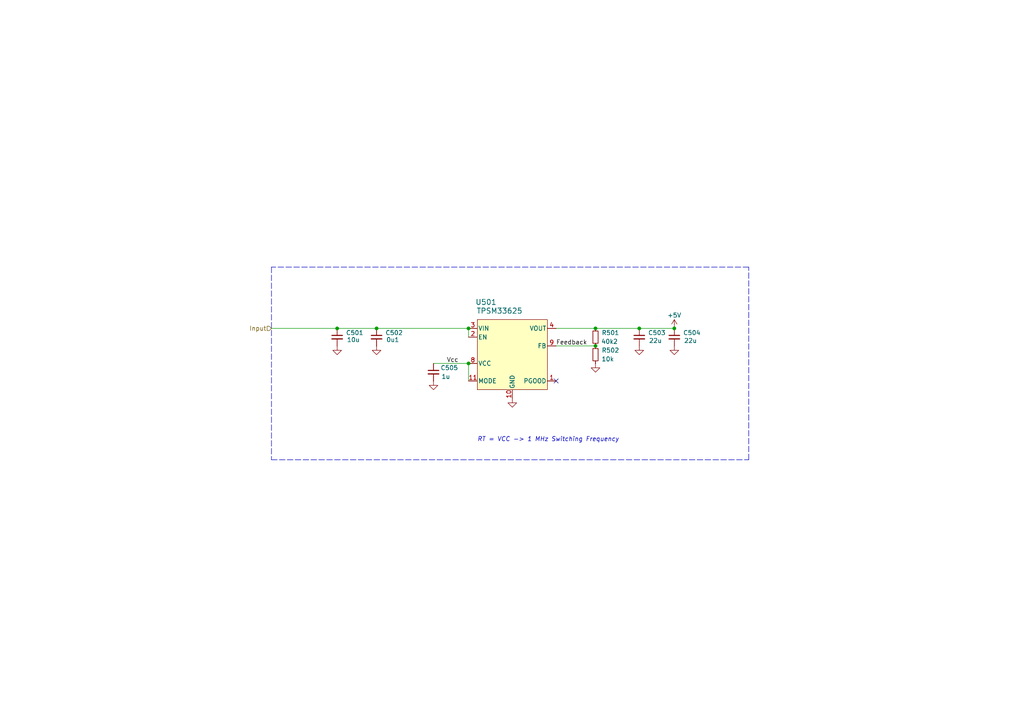
<source format=kicad_sch>
(kicad_sch (version 20250114) (generator "eeschema") (generator_version "9.0")
  (paper "A4")
  (title_block (title "Power Supply") (date "2024-03-28") (rev "4") (company "+5V"))
  (lib_symbols
    (symbol "V2_Converter_DCDC:TPSM33625RDNR" (pin_names (offset 0.254))
      (property "Reference" "U" (at -11.43 15.24 0))
      (property "Value" "TPSM33625" (at -11.43 12.7 0))
      (symbol "TPSM33625RDNR_0_1"
        (rectangle (start -10.16 10.16) (end 10.16 -10.16) (fill (type background)))
      )
      (symbol "TPSM33625RDNR_1_1"
        (pin power_in line (at -12.7 7.62 0) (length 2.54) (name "VIN") (number "3"))
        (pin input line (at -12.7 5.08 0) (length 2.54) (name "EN") (number "2"))
        (pin output line (at -12.7 -2.54 0) (length 2.54) (name "VCC") (number "8"))
        (pin input line (at -12.7 -7.62 0) (length 2.54) (name "MODE") (number "11"))
        (pin power_in line (at 0 -12.7 90) (length 2.54) (name "GND") (number "10"))
        (pin no_connect line (at 0 -27.94 180) (length 2.54) (hide yes) (name "BOOT") (number "7"))
        (pin no_connect line (at 0 -30.48 180) (length 2.54) (hide yes) (name "SW") (number "5"))
        (pin no_connect line (at 0 -33.02 180) (length 2.54) (hide yes) (name "SW") (number "6"))
        (pin power_out line (at 12.7 7.62 180) (length 2.54) (name "VOUT") (number "4"))
        (pin input line (at 12.7 2.54 180) (length 2.54) (name "FB") (number "9"))
        (pin output line (at 12.7 -7.62 180) (length 2.54) (name "PGOOD") (number "1"))
      )
    )
    (symbol "V2_Device:C_0603_0u1" (pin_numbers (hide yes)) (pin_names (offset 0.254) (hide yes))
      (property "Reference" "C" (at 1.778 1.524 0))
      (property "Value" "0u1" (at 1.778 -2.032 0))
      (symbol "C_0603_0u1_0_1"
        (polyline (pts (xy -1.524 0.508) (xy 1.524 0.508)) (stroke (width 0.3048)))
        (polyline (pts (xy -1.524 -0.508) (xy 1.524 -0.508)) (stroke (width 0.3302)))
      )
      (symbol "C_0603_0u1_1_1"
        (pin passive line (at 0 2.54 270) (length 2.032) (name "~") (number "1"))
        (pin passive line (at 0 -2.54 90) (length 2.032) (name "~") (number "2"))
      )
    )
    (symbol "V2_Device:C_0603_1u" (pin_numbers (hide yes)) (pin_names (offset 0.254) (hide yes))
      (property "Reference" "C" (at 1.524 1.778 0))
      (property "Value" "1u" (at 1.524 -2.032 0))
      (symbol "C_0603_1u_0_1"
        (polyline (pts (xy -1.524 0.508) (xy 1.524 0.508)) (stroke (width 0.3048)))
        (polyline (pts (xy -1.524 -0.508) (xy 1.524 -0.508)) (stroke (width 0.3302)))
      )
      (symbol "C_0603_1u_1_1"
        (pin passive line (at 0 2.54 270) (length 2.032) (name "~") (number "1"))
        (pin passive line (at 0 -2.54 90) (length 2.032) (name "~") (number "2"))
      )
    )
    (symbol "V2_Device:C_1210_10u" (pin_numbers (hide yes)) (pin_names (offset 0.254) (hide yes))
      (property "Reference" "C" (at 1.524 1.778 0))
      (property "Value" "10u" (at 1.524 -2.032 0))
      (symbol "C_1210_10u_0_1"
        (polyline (pts (xy -1.524 0.508) (xy 1.524 0.508)) (stroke (width 0.3048)))
        (polyline (pts (xy -1.524 -0.508) (xy 1.524 -0.508)) (stroke (width 0.3302)))
      )
      (symbol "C_1210_10u_1_1"
        (pin passive line (at 0 2.54 270) (length 2.032) (name "~") (number "1"))
        (pin passive line (at 0 -2.54 90) (length 2.032) (name "~") (number "2"))
      )
    )
    (symbol "V2_Device:C_1210_22u" (pin_numbers (hide yes)) (pin_names (offset 0.254) (hide yes))
      (property "Reference" "C" (at 1.524 1.778 0))
      (property "Value" "22u" (at 1.524 -2.032 0))
      (symbol "C_1210_22u_0_1"
        (polyline (pts (xy -1.524 0.508) (xy 1.524 0.508)) (stroke (width 0.3048)))
        (polyline (pts (xy -1.524 -0.508) (xy 1.524 -0.508)) (stroke (width 0.3302)))
      )
      (symbol "C_1210_22u_1_1"
        (pin passive line (at 0 2.54 270) (length 2.032) (name "~") (number "1"))
        (pin passive line (at 0 -2.54 90) (length 2.032) (name "~") (number "2"))
      )
    )
    (symbol "V2_Device:R_0603_10k" (pin_numbers (hide yes)) (pin_names (offset 0.254) (hide yes))
      (property "Reference" "R" (at 2.032 1.27 0))
      (property "Value" "10k" (at 3.302 -1.27 0))
      (symbol "R_0603_10k_0_1"
        (rectangle (start -0.762 1.778) (end 0.762 -1.778) (stroke (width 0.2032)))
      )
      (symbol "R_0603_10k_1_1"
        (pin passive line (at 0 2.54 270) (length 0.762) (name "~") (number "1"))
        (pin passive line (at 0 -2.54 90) (length 0.762) (name "~") (number "2"))
      )
    )
    (symbol "V2_Device:R_0603_40k2" (pin_numbers (hide yes)) (pin_names (offset 0.254) (hide yes))
      (property "Reference" "R" (at 2.032 1.27 0))
      (property "Value" "40k2" (at 3.81 -1.27 0))
      (symbol "R_0603_40k2_0_1"
        (rectangle (start -0.762 1.778) (end 0.762 -1.778) (stroke (width 0.2032)))
      )
      (symbol "R_0603_40k2_1_1"
        (pin passive line (at 0 2.54 270) (length 0.762) (name "~") (number "1"))
        (pin passive line (at 0 -2.54 90) (length 0.762) (name "~") (number "2"))
      )
    )
    (symbol "V2_power:+5V" (power) (pin_numbers (hide yes)) (pin_names (offset 0) (hide yes))
      (property "Value" "+5V" (at 0 5.08 0))
      (symbol "+5V_0_1"
        (polyline (pts (xy -0.762 1.27) (xy 0 2.54)))
        (polyline (pts (xy 0 2.54) (xy 0.762 1.27)))
        (polyline (pts (xy 0 0) (xy 0 2.54)))
      )
      (symbol "+5V_1_1"
        (pin power_in line (at 0 0 90) (length 0) (name "~") (number "1"))
      )
    )
    (symbol "V2_power:GND" (power) (pin_numbers (hide yes)) (pin_names (offset 0) (hide yes))
      (symbol "GND_0_1"
        (polyline (pts (xy 0 0) (xy 0 -1.27) (xy 1.27 -1.27) (xy 0 -2.54) (xy -1.27 -1.27) (xy 0 -1.27)))
      )
      (symbol "GND_1_1"
        (pin power_in line (at 0 0 270) (length 0) (name "~") (number "1"))
      )
    )
  )
  (text "RT = VCC -> 1 MHz Switching Frequency" (at 138.43 128.27 0) (effects (font (size 1.27 1.27) (italic yes)) (justify left bottom)))
  (junction (at 185.42 95.25))
  (junction (at 135.89 105.41))
  (junction (at 97.79 95.25))
  (junction (at 135.89 95.25))
  (junction (at 172.72 95.25))
  (junction (at 109.22 95.25))
  (junction (at 172.72 100.33))
  (junction (at 195.58 95.25))
  (no_connect (at 161.29 110.49))
  (wire (pts (xy 135.89 105.41) (xy 135.89 110.49)))
  (wire (pts (xy 78.74 95.25) (xy 97.79 95.25)))
  (polyline (pts (xy 78.74 77.47) (xy 78.74 133.35)) (stroke (width 0) (type dash)))
  (wire (pts (xy 97.79 95.25) (xy 109.22 95.25)))
  (polyline (pts (xy 78.74 133.35) (xy 217.17 133.35)) (stroke (width 0) (type dash)))
  (wire (pts (xy 125.73 105.41) (xy 135.89 105.41)))
  (wire (pts (xy 161.29 100.33) (xy 172.72 100.33)))
  (wire (pts (xy 185.42 95.25) (xy 195.58 95.25)))
  (wire (pts (xy 109.22 95.25) (xy 135.89 95.25)))
  (wire (pts (xy 172.72 95.25) (xy 185.42 95.25)))
  (polyline (pts (xy 217.17 77.47) (xy 78.74 77.47)) (stroke (width 0) (type dash)))
  (wire (pts (xy 161.29 95.25) (xy 172.72 95.25)))
  (wire (pts (xy 135.89 95.25) (xy 135.89 97.79)))
  (polyline (pts (xy 217.17 133.35) (xy 217.17 77.47)) (stroke (width 0) (type dash)))
  (label "Vcc" (at 129.54 105.41 0))
  (label "Feedback" (at 161.29 100.33 0))
  (hierarchical_label "Input" (shape input) (at 78.74 95.25 180))
  (symbol (lib_id "V2_Converter_DCDC:TPSM33625RDNR") (at 148.59 102.87 0) (unit 1)
    (property "Reference" "U501" (at 140.97 87.63 0) (effects (font (size 1.524 1.524))))
    (property "Value" "TPSM33625" (at 138.176 90.17 0) (effects (font (size 1.524 1.524)) (justify left)))
    (property "Footprint" "V2_Converter_DCDC:QFN-11" (effects (hide yes)))
    (property "Mouser" "595-TPSM33625RDNR" (effects (hide yes)))
    (property "Manufacturer" "Texas Instruments" (effects (hide yes)))
    (property "Product" "TPSM33625RDNR" (effects (hide yes)))
    (property "Rating" "2.5A" (effects (hide yes)))
  )
  (symbol (lib_id "V2_Device:C_0603_0u1") (at 109.22 97.79 0) (unit 1)
    (property "Reference" "C502" (at 111.76 96.52 0) (effects (justify left)))
    (property "Value" "0u1" (at 112.014 98.552 0) (effects (justify left)))
    (property "Footprint" "V2_Capacitor_SMD:C_0603" (effects (hide yes)))
    (property "Description" "Unpolarized capacitor, small symbol" (effects (hide yes)))
    (property "Mouser" "810-CGA3E2X7R1H104MA" (effects (hide yes)))
    (property "Manufacturer" "TDK" (effects (hide yes)))
    (property "Product" "CGA3E2X7R1H104M080AA" (effects (hide yes)))
    (property "Rating" "50V" (effects (hide yes)))
  )
  (symbol (lib_id "V2_Device:C_1210_22u") (at 195.58 97.79 0) (unit 1)
    (property "Reference" "C504" (at 198.12 96.52 0) (effects (justify left)))
    (property "Value" "22u" (at 198.374 98.806 0) (effects (justify left)))
    (property "Footprint" "V2_Capacitor_SMD:C_1210" (effects (hide yes)))
    (property "Description" "Unpolarized capacitor, small symbol" (effects (hide yes)))
    (property "Mouser" "810-CGA6P3X7R1E226M5" (effects (hide yes)))
    (property "Product" "CGA6P3X7R1E226M250AE" (effects (hide yes)))
    (property "Manufacturer" "TDK" (effects (hide yes)))
    (property "Rating" "25V" (effects (hide yes)))
  )
  (symbol (lib_id "V2_Device:R_0603_40k2") (at 172.72 97.79 0) (unit 1)
    (property "Reference" "R501" (at 174.498 96.52 0) (effects (justify left)))
    (property "Value" "40k2" (at 176.784 99.06 0))
    (property "Footprint" "V2_Resistor_SMD:R_0603" (effects (hide yes)))
    (property "Description" "Resistor, small symbol" (effects (hide yes)))
    (property "Mouser" "71-RCS060340K2FKEA" (effects (hide yes)))
    (property "Rating" "500mW" (effects (hide yes)))
    (property "Manufacturer" "Vishay" (effects (hide yes)))
    (property "Product" "RCS060340K2FKEA" (effects (hide yes)))
  )
  (symbol (lib_id "V2_power:GND") (at 185.42 100.33 0) (unit 1)
    (property "Reference" "#PWR0504" (effects (hide yes)))
    (property "Value" "GND" (effects (hide yes)))
  )
  (symbol (lib_id "V2_power:GND") (at 195.58 100.33 0) (unit 1)
    (property "Reference" "#PWR0505" (effects (hide yes)))
    (property "Value" "GND" (effects (hide yes)))
  )
  (symbol (lib_id "V2_power:+5V") (at 195.58 95.25 0) (unit 1)
    (property "Reference" "#PWR0501" (effects (hide yes)))
    (property "Value" "+5V" (at 195.58 91.44 0))
  )
  (symbol (lib_id "V2_power:GND") (at 97.79 100.33 0) (unit 1)
    (property "Reference" "#PWR0502" (effects (hide yes)))
    (property "Value" "GND" (effects (hide yes)))
  )
  (symbol (lib_id "V2_power:GND") (at 172.72 105.41 0) (unit 1)
    (property "Reference" "#PWR0506" (effects (hide yes)))
    (property "Value" "GND" (effects (hide yes)))
  )
  (symbol (lib_id "V2_power:GND") (at 109.22 100.33 0) (unit 1)
    (property "Reference" "#PWR0503" (effects (hide yes)))
    (property "Value" "GND" (effects (hide yes)))
  )
  (symbol (lib_id "V2_Device:C_0603_1u") (at 125.73 107.95 0) (unit 1)
    (property "Reference" "C505" (at 127.762 106.68 0) (effects (justify left)))
    (property "Value" "1u" (at 128.016 109.22 0) (effects (justify left)))
    (property "Footprint" "V2_Capacitor_SMD:C_0603" (effects (hide yes)))
    (property "Description" "Unpolarized capacitor, small symbol" (effects (hide yes)))
    (property "Mouser" "810-CGA3E3X7R1H105K0" (effects (hide yes)))
    (property "Product" "CGA3E3X7R1H105K080AB" (effects (hide yes)))
    (property "Manufacturer" "TDK" (effects (hide yes)))
    (property "Rating" "50V" (effects (hide yes)))
  )
  (symbol (lib_id "V2_Device:C_1210_22u") (at 185.42 97.79 0) (unit 1)
    (property "Reference" "C503" (at 187.96 96.52 0) (effects (justify left)))
    (property "Value" "22u" (at 188.214 98.806 0) (effects (justify left)))
    (property "Footprint" "V2_Capacitor_SMD:C_1210" (effects (hide yes)))
    (property "Description" "Unpolarized capacitor, small symbol" (effects (hide yes)))
    (property "Mouser" "810-CGA6P3X7R1E226M5" (effects (hide yes)))
    (property "Product" "CGA6P3X7R1E226M250AE" (effects (hide yes)))
    (property "Manufacturer" "TDK" (effects (hide yes)))
    (property "Rating" "25V" (effects (hide yes)))
  )
  (symbol (lib_id "V2_power:GND") (at 125.73 110.49 0) (unit 1)
    (property "Reference" "#PWR0507" (effects (hide yes)))
    (property "Value" "GND" (effects (hide yes)))
  )
  (symbol (lib_id "V2_Device:R_0603_10k") (at 172.72 102.87 0) (unit 1)
    (property "Reference" "R502" (at 174.498 101.6 0) (effects (justify left)))
    (property "Value" "10k" (at 176.276 104.14 0))
    (property "Footprint" "V2_Resistor_SMD:R_0603" (effects (hide yes)))
    (property "Description" "Resistor, small symbol" (effects (hide yes)))
    (property "Mouser" "71-CRCW060310K0FKEAC" (effects (hide yes)))
    (property "Product" "CRCW060310K0FKEAC" (effects (hide yes)))
    (property "Manufacturer" "Vishay" (effects (hide yes)))
    (property "Rating" "100mW" (effects (hide yes)))
  )
  (symbol (lib_id "V2_power:GND") (at 148.59 115.57 0) (unit 1)
    (property "Reference" "#PWR0508" (effects (hide yes)))
    (property "Value" "GND" (effects (hide yes)))
  )
  (symbol (lib_id "V2_Device:C_1210_10u") (at 97.79 97.79 0) (unit 1)
    (property "Reference" "C501" (at 100.33 96.52 0) (effects (justify left)))
    (property "Value" "10u" (at 100.584 98.552 0) (effects (justify left)))
    (property "Footprint" "V2_Capacitor_SMD:C_1210" (effects (hide yes)))
    (property "Description" "Unpolarized capacitor, small symbol" (effects (hide yes)))
    (property "Mouser" "810-CNA6P1X7R1H106K2" (effects (hide yes)))
    (property "Product" "CNA6P1X7R1H106K250AE" (effects (hide yes)))
    (property "Manufacturer" "TDK" (effects (hide yes)))
    (property "Rating" "50V" (effects (hide yes)))
  )
)
</source>
